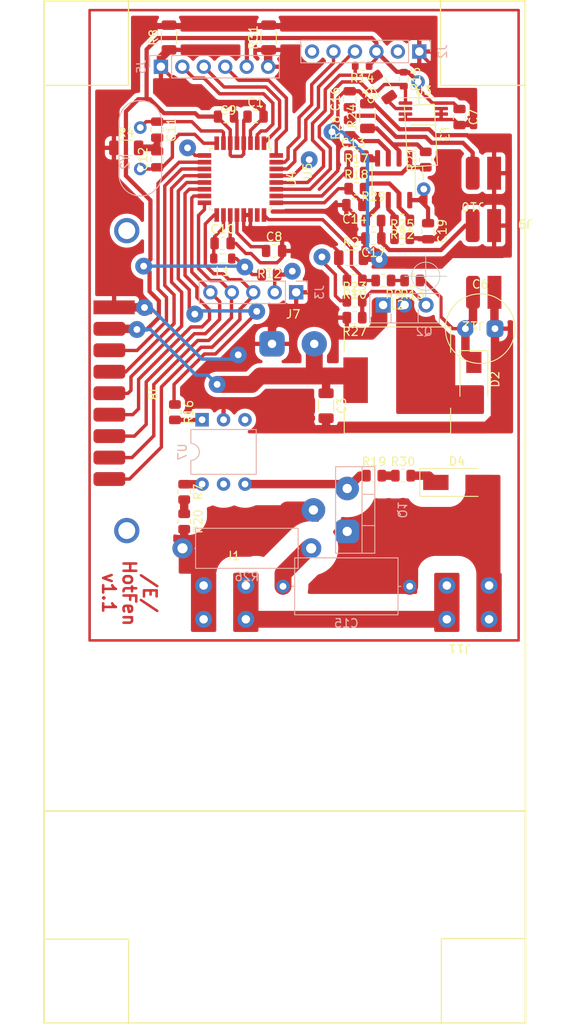
<source format=kicad_pcb>
(kicad_pcb (version 20211014) (generator pcbnew)
  (layers (0 "F.Cu" signal) (31 "B.Cu" signal) (34 "B.Paste" user) (35 "F.Paste" user) (36 "B.SilkS" user "B.Silkscreen") (37 "F.SilkS" user "F.Silkscreen") (38 "B.Mask" user) (39 "F.Mask" user) (44 "Edge.Cuts" user))
  (net 0 "")
  (net 1 "/ENC_RIGHT")
  (net 2 "GNDA")
  (net 3 "/ENC_LEFT")
  (net 4 "+5V")
  (net 5 "/FEN_FUN_P")
  (net 6 "Net-(C8-Pad1)")
  (net 7 "Net-(C10-Pad1)")
  (net 8 "Net-(C11-Pad1)")
  (net 9 "Net-(C12-Pad1)")
  (net 10 "Net-(C15-Pad1)")
  (net 11 "/220V_A")
  (net 12 "Net-(U7-Pad4)")
  (net 13 "Net-(D2-Pad2)")
  (net 14 "Net-(D4-Pad1)")
  (net 15 "Net-(C19-Pad1)")
  (net 17 "/UART_RX")
  (net 18 "/UART_TX")
  (net 20 "/RESET")
  (net 21 "/ISP_SCK")
  (net 22 "/ISP_MISO")
  (net 23 "/ENC_ENTER")
  (net 24 "/ISP_MOSI")
  (net 25 "/LED_MOSI")
  (net 26 "/LED_CS")
  (net 27 "/LED_SCK")
  (net 28 "/LED_DIG_1")
  (net 29 "/FEN_HEATER_A")
  (net 30 "Net-(U7-Pad6)")
  (net 31 "Net-(Q2-Pad3)")
  (net 32 "Net-(R13-Pad2)")
  (net 33 "/CJS_SCL")
  (net 34 "/CJS_SDA")
  (net 35 "/HEATER_EN")
  (net 36 "Net-(R16-Pad2)")
  (net 37 "Net-(R17-Pad2)")
  (net 38 "Net-(R18-Pad2)")
  (net 39 "/EXT_TC_P")
  (net 40 "/FUN_EN")
  (net 41 "Net-(R28-Pad1)")
  (net 42 "Net-(R29-Pad1)")
  (net 43 "/EXT_TC")
  (net 44 "Net-(R20-Pad1)")
  (net 45 "/FUN_FB")
  (net 46 "Net-(R19-Pad2)")
  (net 47 "Net-(R21-Pad2)")
  (net 48 "Net-(R22-Pad2)")
  (net 51 "/HEATER_TC")
  (net 52 "/HEATER_TC_P")
  (net 53 "/220V_N")
  (footprint "Resistor_SMD:R_1206_3216Metric" (layer "F.Cu") (at 237.5 40.8375 90)
    (fp_text reference "R24")
    (fp_text value "1k")
  )
  (footprint "myLibrary:my_220v_conn" (layer "F.Cu") (at 219.6 101.9)
    (fp_text reference "J1")
    (fp_text value "220V_CONN")
  )
  (footprint "Capacitor_SMD:C_0805_2012Metric" (layer "F.Cu") (at 248.4 40.95 -90)
    (fp_text reference "C7")
    (fp_text value "22p")
  )
  (footprint "myLibrary:my_2pin_SMD_conn" (layer "F.Cu") (at 249.96 51.75025 180)
    (fp_text reference "J9")
    (fp_text value "FEN_TC_CONN")
  )
  (footprint "Capacitor_SMD:C_0805_2012Metric" (layer "F.Cu") (at 212.6 45.95 90)
    (fp_text reference "C12")
    (fp_text value "22p")
  )
  (footprint "Capacitor_SMD:C_0805_2012Metric" (layer "F.Cu") (at 238.200958 55.310673 180)
    (fp_text reference "C17")
    (fp_text value "1n")
  )
  (footprint "Capacitor_SMD:C_0805_2012Metric" (layer "F.Cu") (at 244.68 54.470193 -90)
    (fp_text reference "C19")
    (fp_text value "100n")
  )
  (footprint "Package_SO:SOIC-8_3.9x4.9mm_P1.27mm" (layer "F.Cu") (at 240.605 48.315193 -90)
    (fp_text reference "U5")
    (fp_text value "LM358")
  )
  (footprint "Capacitor_SMD:C_0805_2012Metric" (layer "F.Cu") (at 224.25 40.9)
    (fp_text reference "C1")
    (fp_text value "100n")
  )
  (footprint "Capacitor_SMD:C_0805_2012Metric" (layer "F.Cu") (at 235.95 51.366752 180)
    (fp_text reference "C14")
    (fp_text value "100n")
  )
  (footprint "Inductor_SMD:L_12x12mm_H4.5mm" (layer "F.Cu") (at 241.05 72.1)
    (fp_text reference "L2")
    (fp_text value "33uH")
  )
  (footprint "myLibrary:my_2pin_SMD_conn" (layer "F.Cu") (at 249.96 45.55025 180)
    (fp_text reference "J10")
    (fp_text value "EXT_TC_CONN")
  )
  (footprint "myLibrary:my_2pin_DIP_conn" (layer "F.Cu") (at 228.7 67.8)
    (fp_text reference "J7")
    (fp_text value "PSU_5V_CONN")
  )
  (footprint "Capacitor_SMD:C_0805_2012Metric" (layer "F.Cu") (at 220.75 40.9)
    (fp_text reference "C9")
    (fp_text value "100n")
  )
  (footprint "Resistor_SMD:R_0805_2012Metric" (layer "F.Cu") (at 241.6125 55.3)
    (fp_text reference "R25")
    (fp_text value "1k")
  )
  (footprint "Resistor_SMD:R_0603_1608Metric" (layer "F.Cu") (at 236.875 34.9 180)
    (fp_text reference "R14")
    (fp_text value "10k")
  )
  (footprint "Package_QFP:TQFP-32_7x7mm_P0.8mm" (layer "F.Cu") (at 222.45 48.3 -90)
    (fp_text reference "U4")
    (fp_text value "ATmega8-16A")
  )
  (footprint "Resistor_SMD:R_1206_3216Metric" (layer "F.Cu") (at 225.8 31.5375 90)
    (fp_text reference "R31")
    (fp_text value "0")
  )
  (footprint "Resistor_SMD:R_1206_3216Metric" (layer "F.Cu") (at 235.5625 57.6)
    (fp_text reference "R2")
    (fp_text value "0")
  )
  (footprint "Resistor_SMD:R_0805_2012Metric" (layer "F.Cu") (at 241.7125 83.4)
    (fp_text reference "R30")
    (fp_text value "120")
  )
  (footprint "Resistor_SMD:R_0805_2012Metric" (layer "F.Cu") (at 235.9875 60.3 180)
    (fp_text reference "R10")
    (fp_text value "10k")
  )
  (footprint "Diode_SMD:D_SMA" (layer "F.Cu") (at 250.1 72 -90)
    (fp_text reference "D2")
    (fp_text value "D_Schottky")
  )
  (footprint "Capacitor_SMD:C_0805_2012Metric" (layer "F.Cu") (at 226.45 56.8)
    (fp_text reference "C8")
    (fp_text value "100n")
  )
  (footprint "myLibrary:my_9pin_SMD_conn" (layer "F.Cu") (at 206.9405 73.64 -90)
    (fp_text reference "J8")
    (fp_text value "LED_CONN")
  )
  (footprint "Resistor_SMD:R_0805_2012Metric" (layer "F.Cu") (at 225.8875 59.6)
    (fp_text reference "R12")
    (fp_text value "10k")
  )
  (footprint "Capacitor_THT:C_Radial_D8.0mm_H7.0mm_P3.50mm" (layer "F.Cu") (at 249.1 66)
    (fp_text reference "C6")
    (fp_text value "22u")
  )
  (footprint "Resistor_SMD:R_0805_2012Metric" (layer "F.Cu") (at 238.204621 53.212789)
    (fp_text reference "R29")
    (fp_text value "1k")
  )
  (footprint "Resistor_SMD:R_0805_2012Metric" (layer "F.Cu") (at 214.7 75.8875 -90)
    (fp_text reference "R16")
    (fp_text value "220")
  )
  (footprint "Resistor_SMD:R_0805_2012Metric" (layer "F.Cu") (at 235.9725 62.7)
    (fp_text reference "R23")
    (fp_text value "220")
  )
  (footprint "Capacitor_SMD:C_0805_2012Metric" (layer "F.Cu") (at 212.6 42.45 -90)
    (fp_text reference "C11")
    (fp_text value "22p")
  )
  (footprint "Capacitor_SMD:C_0805_2012Metric" (layer "F.Cu") (at 235.4 38.85 90)
    (fp_text reference "C16")
    (fp_text value "1n")
  )
  (footprint "Resistor_SMD:R_0805_2012Metric" (layer "F.Cu") (at 236.1875 49.433522)
    (fp_text reference "R18")
    (fp_text value "10k")
  )
  (footprint "Resistor_SMD:R_1206_3216Metric" (layer "F.Cu") (at 208.9375 44.6)
    (fp_text reference "R4")
    (fp_text value "0")
  )
  (footprint "Capacitor_SMD:C_0805_2012Metric" (layer "F.Cu") (at 220.35 55.9)
    (fp_text reference "C10")
    (fp_text value "100n")
  )
  (footprint "Resistor_SMD:R_0805_2012Metric" (layer "F.Cu") (at 238.2875 83.4)
    (fp_text reference "R19")
    (fp_text value "260")
  )
  (footprint "Resistor_SMD:R_1206_3216Metric" (layer "F.Cu") (at 239.238856 37.39801 125)
    (fp_text reference "R5")
    (fp_text value "0")
  )
  (footprint "Inductor_SMD:L_0805_2012Metric" (layer "F.Cu") (at 220.3625 57.7 180)
    (fp_text reference "L1")
    (fp_text value "10uH")
  )
  (footprint "Resistor_SMD:R_0805_2012Metric" (layer "F.Cu") (at 236.2 47.533522)
    (fp_text reference "R17")
    (fp_text value "10k")
  )
  (footprint "Resistor_SMD:R_0805_2012Metric" (layer "F.Cu") (at 215.8 85.3275 -90)
    (fp_text reference "R7")
    (fp_text value "260")
  )
  (footprint "Package_SO:MSOP-8_3x3mm_P0.65mm" (layer "F.Cu") (at 244.1125 40.275)
    (fp_text reference "U3")
    (fp_text value "MCP9804_MSOP")
  )
  (footprint "Capacitor_SMD:C_0805_2012Metric" (layer "F.Cu") (at 236.202635 45.603444)
    (fp_text reference "C13")
    (fp_text value "100n")
  )
  (footprint "Resistor_SMD:R_0805_2012Metric" (layer "F.Cu") (at 215.8 88.8275 -90)
    (fp_text reference "R20")
    (fp_text value "120")
  )
  (footprint "Resistor_SMD:R_0603_1608Metric" (layer "F.Cu") (at 241.8 36.475 -90)
    (fp_text reference "R15")
    (fp_text value "10k")
  )
  (footprint "Resistor_SMD:R_0805_2012Metric" (layer "F.Cu") (at 241.6125 53.2 180)
    (fp_text reference "R22")
    (fp_text value "27k")
  )
  (footprint "Resistor_SMD:R_0805_2012Metric" (layer "F.Cu") (at 242.8125 60.3 180)
    (fp_text reference "R13")
    (fp_text value "4.7k")
  )
  (footprint "Resistor_SMD:R_1206_3216Metric" (layer "F.Cu") (at 214 31.5375 90)
    (fp_text reference "R8")
    (fp_text value "0")
  )
  (footprint "Resistor_SMD:R_0805_2012Metric" (layer "F.Cu") (at 239.3875 60.3 180)
    (fp_text reference "R9")
    (fp_text value "10k")
  )
  (footprint "Resistor_SMD:R_0805_2012Metric" (layer "F.Cu") (at 235.9725 64.7 180)
    (fp_text reference "R27")
    (fp_text value "10k")
  )
  (footprint "Capacitor_SMD:C_1206_3216Metric" (layer "F.Cu") (at 232.6 75.125 -90)
    (fp_text reference "C3")
    (fp_text value "22u")
  )
  (footprint "Resistor_SMD:R_0805_2012Metric" (layer "F.Cu") (at 244.4 45.9875 90)
    (fp_text reference "R21")
    (fp_text value "27k")
  )
  (footprint "Resistor_SMD:R_0805_2012Metric" (layer "F.Cu") (at 235.4 42.2125 90)
    (fp_text reference "R28")
    (fp_text value "1k")
  )
  (footprint "Inductor_THT:L_Axial_L7.0mm_D3.3mm_P12.70mm_Horizontal_Fastron_MICC" (layer "F.Cu") (at 243.5 36.8 -87)
    (fp_text reference "L3")
    (fp_text value "10uH")
  )
  (footprint "myLibrary:my_2pin_SMD_conn" (layer "F.Cu") (at 250 59.65025 180)
    (fp_text reference "J12")
    (fp_text value "FEN_FUN_CONN")
  )
  (footprint "myLibrary:my_220v_conn" (layer "F.Cu") (at 250.4 94.9 180)
    (fp_text reference "J11")
    (fp_text value "FEN_HEATER_CONN")
  )
  (footprint "Diode_SMD:D_SMA_Handsoldering" (layer "F.Cu") (at 248.1 84.2)
    (fp_text reference "D4")
    (fp_text value "D")
  )
  (footprint "Package_TO_SOT_THT:TO-126-3_Vertical" (layer "B.Cu") (at 239.36 63.2)
    (fp_text reference "Q2")
    (fp_text value "BD139")
  )
  (footprint "Resistor_THT:R_Axial_DIN0414_L11.9mm_D4.5mm_P15.24mm_Horizontal" (layer "B.Cu") (at 215.6 92)
    (fp_text reference "R26")
    (fp_text value "220")
  )
  (footprint "Crystal:Crystal_HC18-U_Vertical" (layer "B.Cu") (at 210.6 42.2 -90)
    (fp_text reference "Y2")
    (fp_text value "8MHz")
  )
  (footprint "myLibrary:my_TO-220" (layer "B.Cu") (at 235.098308 87.449243 90)
    (fp_text reference "Q1")
    (fp_text value "BT139-600")
  )
  (footprint "Capacitor_THT:C_Axial_L12.0mm_D6.5mm_P15.00mm_Horizontal" (layer "B.Cu") (at 227.5 96.5)
    (fp_text reference "C15")
    (fp_text value "220n")
  )
  (footprint "Connector_PinSocket_2.54mm:PinSocket_1x05_P2.54mm_Vertical" (layer "B.Cu") (at 229.06 61.7 90)
    (fp_text reference "J3")
    (fp_text value "ISP")
  )
  (footprint "Connector_PinHeader_2.54mm:PinHeader_1x06_P2.54mm_Vertical" (layer "B.Cu") (at 213.04 35 -90)
    (fp_text reference "J5")
    (fp_text value "ENC_CONN")
  )
  (footprint "Connector_PinSocket_2.54mm:PinSocket_1x06_P2.54mm_Vertical" (layer "B.Cu") (at 243.64 33.2 90)
    (fp_text reference "J2")
    (fp_text value "FTDI_COMM")
  )
  (footprint "Package_DIP:DIP-6_W7.62mm" (layer "B.Cu") (at 217.92 76.78 -90)
    (fp_text reference "U7")
    (fp_text value "MOC3083M")
  )
  (gr_rect locked (start 199.216016 138.249947) (end 209.216016 148.249947) (layer "F.SilkS") (width 0.15) (fill none))
  (gr_rect locked (start 199.2 27.2) (end 256.2 148.2) (layer "F.SilkS") (width 0.2) (fill none))
  (gr_rect locked (start 199.2 148.2) (end 256.2 123.1) (layer "F.SilkS") (width 0.2) (fill none))
  (gr_rect locked (start 246.248984 138.193277) (end 256.248984 148.193277) (layer "F.SilkS") (width 0.15) (fill none))
  (gr_rect locked (start 246.149841 27.2) (end 256.149841 37.2) (layer "F.SilkS") (width 0.15) (fill none))
  (gr_rect locked (start 199.2 27.2) (end 209.2 37.2) (layer "F.SilkS") (width 0.15) (fill none))
  (gr_text "/E/\nHotFen\nv1.1" (at 209.3 97.3 270) (layer "F.Cu") (effects (font (size 1.5 1.5) (thickness 0.3))))
  (target plus (at 244.4 59.8) (size 5) (width 0.1) (layer "Edge.Cuts"))
  (segment (start 255.4 102.9) (end 204.6 102.9) (width 0.3) (layer "F.Cu") (net 0))
  (segment (start 204.6 102.9) (end 204.6 28.3) (width 0.3) (layer "F.Cu") (net 0))
  (segment (start 204.6 28.3) (end 255.4 28.3) (width 0.3) (layer "F.Cu") (net 0))
  (segment (start 255.4 28.3) (end 255.4 102.7) (width 0.3) (layer "F.Cu") (net 0))
  (via locked (at 209 54.4) (size 3) (drill 2) (layers "F.Cu" "B.Cu") (net 0))
  (via (at 209 89.9) (size 3) (drill 2) (layers "F.Cu" "B.Cu") (net 0))
  (segment (start 225.5 37.4) (end 220.52 37.4) (width 0.4) (layer "F.Cu") (net 1))
  (segment (start 227.1 42.2) (end 227.1 39) (width 0.4) (layer "F.Cu") (net 1))
  (segment (start 227.1 39) (end 225.5 37.4) (width 0.4) (layer "F.Cu") (net 1))
  (segment (start 220.52 37.4) (end 218.12 35) (width 0.4) (layer "F.Cu") (net 1))
  (segment (start 225.25 44.05) (end 227.1 42.2) (width 0.4) (layer "F.Cu") (net 1))
  (segment (start 239.36 63.2) (end 239.36 65.44) (width 1) (layer "F.Cu") (net 2))
  (segment (start 232.6 77.8) (end 232.5 77.9) (width 1) (layer "F.Cu") (net 2))
  (segment (start 247.5 57.4) (end 246.237253 58.662747) (width 0.5) (layer "F.Cu") (net 2))
  (segment (start 233.981405 43.381405) (end 233.981405 44.181405) (width 0.4) (layer "F.Cu") (net 2))
  (segment (start 247.75 41.25) (end 248.4 41.9) (width 0.4) (layer "F.Cu") (net 2))
  (segment (start 237.389384 45.840193) (end 237.152635 45.603444) (width 0.5) (layer "F.Cu") (net 2))
  (segment (start 242.525 55.3) (end 244.559807 55.3) (width 0.5) (layer "F.Cu") (net 2))
  (segment (start 227.4 57.6) (end 226.8 58.2) (width 0.4) (layer "F.Cu") (net 2))
  (segment (start 235.4 37.9) (end 236.5 37.9) (width 0.5) (layer "F.Cu") (net 2))
  (segment (start 235.075 59.575) (end 235.075 60.3) (width 0.4) (layer "F.Cu") (net 2))
  (segment (start 252.54 61.7) (end 252.54 65.94) (width 1) (layer "F.Cu") (net 2))
  (segment (start 233.981405 44.181405) (end 233.981405 47.318595) (width 0.4) (layer "F.Cu") (net 2))
  (segment (start 232.7 55.5) (end 234.1 56.9) (width 0.4) (layer "F.Cu") (net 2))
  (segment (start 253.8 44) (end 250.2 44) (width 0.4) (layer "F.Cu") (net 2))
  (segment (start 226.2 65.8) (end 226.2 67.8) (width 1) (layer "F.Cu") (net 2))
  (segment (start 252.6 66) (end 252.6 76.5) (width 1) (layer "F.Cu") (net 2))
  (segment (start 212.6 43.4) (end 212.6 44.2) (width 0.8) (layer "F.Cu") (net 2))
  (segment (start 246.225 41.25) (end 247.75 41.25) (width 0.4) (layer "F.Cu") (net 2))
  (segment (start 243.64 31.74) (end 243.64 33.2) (width 0.5) (layer "F.Cu") (net 2))
  (segment (start 223.65 55.15) (end 224 55.5) (width 0.4) (layer "F.Cu") (net 2))
  (segment (start 225.74 33.06) (end 225.8 33) (width 1) (layer "F.Cu") (net 2))
  (segment (start 239.7 58.1) (end 246.3 58.1) (width 0.8) (layer "F.Cu") (net 2))
  (segment (start 235.06 66.56) (end 235.3 66.8) (width 0.4) (layer "F.Cu") (net 2))
  (segment (start 223.65 42.55) (end 225.2 41) (width 0.4) (layer "F.Cu") (net 2))
  (segment (start 247.3 51.3) (end 247.3 53.5) (width 0.4) (layer "F.Cu") (net 2))
  (segment (start 254.4 44.6) (end 253.8 44) (width 0.4) (layer "F.Cu") (net 2))
  (segment (start 234.1 44.3) (end 233.981405 44.181405) (width 0.4) (layer "F.Cu") (net 2))
  (segment (start 221.25 55.85) (end 221.3 55.9) (width 0.4) (layer "F.Cu") (net 2))
  (segment (start 225.2 41) (end 225.2 40.9) (width 0.4) (layer "F.Cu") (net 2))
  (segment (start 237.5 38.9) (end 237.5 39.375) (width 0.5) (layer "F.Cu") (net 2))
  (segment (start 244.8 42.4) (end 245.5 43.1) (width 0.5) (layer "F.Cu") (net 2))
  (segment (start 252.54 65.94) (end 252.6 66) (width 1) (layer "F.Cu") (net 2))
  (segment (start 244.68 55.420193) (end 245.379807 55.420193) (width 0.5) (layer "F.Cu") (net 2))
  (segment (start 224.8 58.2) (end 226.8 58.2) (width 0.4) (layer "F.Cu") (net 2))
  (segment (start 248.4 41.9) (end 249 41.9) (width 0.4) (layer "F.Cu") (net 2))
  (segment (start 234.1 56.9) (end 234.1 57.6) (width 0.4) (layer "F.Cu") (net 2))
  (segment (start 239.4 57.8) (end 239.6 58) (width 0.8) (layer "F.Cu") (net 2))
  (segment (start 235 51.366752) (end 235 51.5) (width 0.4) (layer "F.Cu") (net 2))
  (segment (start 222.05 41.35) (end 221.9 41.2) (width 0.4) (layer "F.Cu") (net 2))
  (segment (start 251.2 77.9) (end 232.5 77.9) (width 1) (layer "F.Cu") (net 2))
  (segment (start 238 66.8) (end 235.3 66.8) (width 1) (layer "F.Cu") (net 2))
  (segment (start 234 42) (end 234 38.7) (width 0.4) (layer "F.Cu") (net 2))
  (segment (start 210.525 44.6) (end 212.2 44.6) (width 0.8) (layer "F.Cu") (net 2))
  (segment (start 233.3 42.7) (end 234 42) (width 0.4) (layer "F.Cu") (net 2))
  (segment (start 210.2 36.8) (end 210.2 32.2) (width 0.5) (layer "F.Cu") (net 2))
  (segment (start 238.275 39.375) (end 241.3 42.4) (width 0.5) (layer "F.Cu") (net 2))
  (segment (start 227.4 64.6) (end 226.2 65.8) (width 1) (layer "F.Cu") (net 2))
  (segment (start 245.5 38.4) (end 245.2 38.1) (width 0.4) (layer "F.Cu") (net 2))
  (segment (start 221.7 39.5) (end 221.6 39.4) (width 0.4) (layer "F.Cu") (net 2))
  (segment (start 239.36 65.44) (end 238 66.8) (width 1) (layer "F.Cu") (net 2))
  (segment (start 242.2 30.3) (end 243.64 31.74) (width 0.5) (layer "F.Cu") (net 2))
  (segment (start 238.9 57.8) (end 237.250958 56.150958) (width 0.4) (layer "F.Cu") (net 2))
  (segment (start 212.1 30.3) (end 242.2 30.3) (width 0.5) (layer "F.Cu") (net 2))
  (segment (start 237.152635 45.452635) (end 236 44.3) (width 0.4) (layer "F.Cu") (net 2))
  (segment (start 211.08 63.48) (end 207.5 63.48) (width 1) (layer "F.Cu") (net 2))
  (segment (start 222.85 54.35) (end 223.65 55.15) (width 0.4) (layer "F.Cu") (net 2))
  (segment (start 232.3 64.6) (end 227.4 64.6) (width 1) (layer "F.Cu") (net 2))
  (segment (start 246.225 41.25) (end 246.225 39.99952) (width 0.4) (layer "F.Cu") (net 2))
  (segment (start 227.4 55.6) (end 227.3 55.5) (width 0.4) (layer "F.Cu") (net 2))
  (segment (start 245.2 34.9) (end 243.64 33.34) (width 0.4) (layer "F.Cu") (net 2))
  (segment (start 246.237253 58.662747) (end 242.148571 58.662747) (width 0.5) (layer "F.Cu") (net 2))
  (segment (start 213.04 35) (end 213.04 33.96) (width 1) (layer "F.Cu") (net 2))
  (segment (start 235.3 66.8) (end 234.5 66.8) (width 1) (layer "F.Cu") (net 2))
  (segment (start 245.379807 55.420193) (end 247.3 53.5) (width 0.5) (layer "F.Cu") (net 2))
  (segment (start 236.1 55) (end 236.5 55.4) (width 0.4) (layer "F.Cu") (net 2))
  (segment (start 223.7 57.1) (end 224.8 58.2) (width 0.4) (layer "F.Cu") (net 2))
  (segment (start 221.25 52.55) (end 221.25 55.85) (width 0.4) (layer "F.Cu") (net 2))
  (segment (start 213.04 33.96) (end 214 33) (width 1) (layer "F.Cu") (net 2))
  (segment (start 212.6 44.2) (end 212.6 45) (width 0.8) (layer "F.Cu") (net 2))
  (segment (start 212.2 44.6) (end 212.6 44.2) (width 0.8) (layer "F.Cu") (net 2))
  (segment (start 238.7 45.840193) (end 237.389384 45.840193) (width 0.5) (layer "F.Cu") (net 2))
  (segment (start 223.65 44.05) (end 223.65 42.55) (width 0.4) (layer "F.Cu") (net 2))
  (segment (start 233.3 42.7) (end 233.981405 43.381405) (width 0.4) (layer "F.Cu") (net 2))
  (segment (start 237.250958 56.150958) (end 237.250958 55.310673) (width 0.4) (layer "F.Cu") (net 2))
  (segment (start 234.8 37.9) (end 235.4 37.9) (width 0.4) (layer "F.Cu") (net 2))
  (segment (start 210.2 32.2) (end 212.1 30.3) (width 0.5) (layer "F.Cu") (net 2))
  (segment (start 223.65 52.55) (end 223.65 55.15) (width 0.4) (layer "F.Cu") (net 2))
  (segment (start 236 44.3) (end 234.1 44.3) (width 0.4) (layer "F.Cu") (net 2))
  (segment (start 235.06 64.7) (end 235.06 66.56) (width 0.4) (layer "F.Cu") (net 2))
  (segment (start 235 51.5) (end 236.1 52.6) (width 0.4) (layer "F.Cu") (net 2))
  (segment (start 236.5 37.9) (end 237.5 38.9) (width 0.5) (layer "F.Cu") (net 2))
  (segment (start 244.559807 55.3) (end 244.68 55.420193) (width 0.5) (layer "F.Cu") (net 2))
  (segment (start 237.025 57.6) (end 238.7 57.6) (width 1) (layer "F.Cu") (net 2))
  (segment (start 234.1 58.6) (end 235.075 59.575) (width 0.4) (layer "F.Cu") (net 2))
  (segment (start 249.8 41.1) (end 249.8 39.4) (width 0.4) (layer "F.Cu") (net 2))
  (segment (start 249.8 39.4) (end 248.8 38.4) (width 0.4) (layer "F.Cu") (net 2))
  (segment (start 242 41.25) (end 242 40.64952) (width 0.4) (layer "F.Cu") (net 2))
  (segment (start 253.9 50.7) (end 247.9 50.7) (width 0.4) (layer "F.Cu") (net 2))
  (segment (start 249.3 43.1) (end 250.1 43.9) (width 0.5) (layer "F.Cu") (net 2))
  (segment (start 233.981405 47.318595) (end 231.8 49.5) (width 0.4) (layer "F.Cu") (net 2))
  (segment (start 234.1 57.6) (end 234.1 58.6) (width 0.4) (layer "F.Cu") (net 2))
  (segment (start 252.6 76.5) (end 251.2 77.9) (width 1) (layer "F.Cu") (net 2))
  (segment (start 238.9 57.8) (end 239.4 57.8) (width 0.8) (layer "F.Cu") (net 2))
  (segment (start 247.5 57.4) (end 247.2 57.7) (width 0.5) (layer "F.Cu") (net 2))
  (segment (start 247.9 50.7) (end 247.3 51.3) (width 0.4) (layer "F.Cu") (net 2))
  (segment (start 224.1 39.4) (end 221.6 39.4) (width 0.4) (layer "F.Cu") (net 2))
  (segment (start 247.2 57.7) (end 240.2 57.7) (width 0.5) (layer "F.Cu") (net 2))
  (segment (start 225.74 35) (end 225.74 33.06) (width 1) (layer "F.Cu") (net 2))
  (segment (start 248.8 38.4) (end 245.5 38.4) (width 0.4) (layer "F.Cu") (net 2))
  (segment (start 227.4 56.8) (end 227.4 57.6) (width 0.4) (layer "F.Cu") (net 2))
  (segment (start 237.161631 55.4) (end 237.250958 55.310673) (width 0.4) (layer "F.Cu") (net 2))
  (segment (start 223.1 57.1) (end 223.7 57.1) (width 0.4) (layer "F.Cu") (net 2))
  (segment (start 224 55.5) (end 227.3 55.5) (width 0.4) (layer "F.Cu") (net 2))
  (segment (start 254.4 51.2) (end 254.4 44.6) (width 0.4) (layer "F.Cu") (net 2))
  (segment (start 243.64 33.34) (end 243.64 33.2) (width 0.4) (layer "F.Cu") (net 2))
  (segment (start 221.7 40.9) (end 221.7 39.5) (width 0.4) (layer "F.Cu") (net 2))
  (segment (start 254.4 56.5) (end 254.4 51.2) (width 0.4) (layer "F.Cu") (net 2))
  (segment (start 245.5 43.1) (end 249.3 43.1) (width 0.5) (layer "F.Cu") (net 2))
  (segment (start 221.6 39.4) (end 217.44 39.4) (width 0.4) (layer "F.Cu") (net 2))
  (segment (start 217.44 39.4) (end 213.04 35) (width 0.4) (layer "F.Cu") (net 2))
  (segment (start 238.5 62.9) (end 238.6 62.8) (width 1) (layer "F.Cu") (net 2))
  (segment (start 227.4 56.8) (end 227.4 55.6) (width 0.4) (layer "F.Cu") (net 2))
  (segment (start 225.2 40.5) (end 224.1 39.4) (width 0.4) (layer "F.Cu") (net 2))
  (segment (start 236.1 52.6) (end 236.1 55) (width 0.4) (layer "F.Cu") (net 2))
  (segment (start 221.9 55.9) (end 223.1 57.1) (width 0.4) (layer "F.Cu") (net 2))
  (segment (start 241.3 42.4) (end 244.8 42.4) (width 0.5) (layer "F.Cu") (net 2))
  (segment (start 234 38.7) (end 234.8 37.9) (width 0.4) (layer "F.Cu") (net 2))
  (segment (start 253.5 57.4) (end 247.5 57.4) (width 0.5) (layer "F.Cu") (net 2))
  (segment (start 221.3 55.9) (end 221.9 55.9) (width 0.4) (layer "F.Cu") (net 2))
  (segment (start 237.250958 55.850958) (end 237.250958 55.310673) (width 0.4) (layer "F.Cu") (net 2))
  (segment (start 238.7 46.073715) (end 237.3 46.073715) (width 0.5) (layer "F.Cu") (net 2))
  (segment (start 253.5 57.4) (end 254.4 56.5) (width 0.4) (layer "F.Cu") (net 2))
  (segment (start 236.5 55.4) (end 237.161631 55.4) (width 0.4) (layer "F.Cu") (net 2))
  (segment (start 242 41.25) (end 246.225 41.25) (width 0.4) (layer "F.Cu") (net 2))
  (segment (start 222.05 44.05) (end 222.05 41.35) (width 0.4) (layer "F.Cu") (net 2))
  (segment (start 222.2 69.1) (end 222.2 68.5) (width 0.5) (layer "F.Cu") (net 2))
  (segment (start 239.6 58) (end 239.7 58.1) (width 0.8) (layer "F.Cu") (net 2))
  (segment (start 237.152635 45.603444) (end 237.152635 45.452635) (width 0.4) (layer "F.Cu") (net 2))
  (segment (start 254.4 51.2) (end 253.9 50.7) (width 0.4) (layer "F.Cu") (net 2))
  (segment (start 232.5 77.9) (end 231.6 77.9) (width 1) (layer "F.Cu") (net 2))
  (segment (start 245.2 38.1) (end 245.2 34.9) (width 0.4) (layer "F.Cu") (net 2))
  (segment (start 238.5 66.3) (end 238.5 62.9) (width 1) (layer "F.Cu") (net 2))
  (segment (start 232.6 76.6) (end 232.6 77.8) (width 1) (layer "F.Cu") (net 2))
  (segment (start 222.85 53.05) (end 222.85 54.35) (width 0.4) (layer "F.Cu") (net 2))
  (segment (start 249 41.9) (end 249.8 41.1) (width 0.4) (layer "F.Cu") (net 2))
  (segment (start 234.5 66.8) (end 232.3 64.6) (width 1) (layer "F.Cu") (net 2))
  (segment (start 238 66.8) (end 238.5 66.3) (width 1) (layer "F.Cu") (net 2))
  (segment (start 238.7 57.6) (end 238.9 57.8) (width 1) (layer "F.Cu") (net 2))
  (segment (start 225.2 40.9) (end 225.2 40.5) (width 0.4) (layer "F.Cu") (net 2))
  (segment (start 227.3 55.5) (end 232.7 55.5) (width 0.4) (layer "F.Cu") (net 2))
  (segment (start 237.5 39.375) (end 238.275 39.375) (width 0.5) (layer "F.Cu") (net 2))
  (segment (start 211.1 63.5) (end 211.08 63.48) (width 1) (layer "F.Cu") (net 2))
  (via (at 233.3 42.7) (size 2) (drill 0.8) (layers "F.Cu" "B.Cu") (net 2))
  (via (at 238.9 57.8) (size 2) (drill 0.8) (layers "F.Cu" "B.Cu") (net 2))
  (via (at 211.1 63.5) (size 2) (drill 0.8) (layers "F.Cu" "B.Cu") (net 2))
  (via (at 222.2 69.1) (size 2) (drill 0.8) (layers "F.Cu" "B.Cu") (net 2))
  (segment (start 217.9 69.6) (end 221.7 69.6) (width 0.4) (layer "B.Cu") (net 2))
  (segment (start 221.7 69.6) (end 222.2 69.1) (width 0.4) (layer "B.Cu") (net 2))
  (segment (start 211.8 63.5) (end 217.9 69.6) (width 0.4) (layer "B.Cu") (net 2))
  (segment (start 234.5 42.7) (end 237.5 45.7) (width 0.4) (layer "B.Cu") (net 2))
  (segment (start 237.5 56.4) (end 238.9 57.8) (width 0.4) (layer "B.Cu") (net 2))
  (segment (start 233.3 42.7) (end 234.5 42.7) (width 0.4) (layer "B.Cu") (net 2))
  (segment (start 211.1 63.5) (end 211.8 63.5) (width 0.4) (layer "B.Cu") (net 2))
  (segment (start 238.8 57.9) (end 238.9 57.8) (width 0.4) (layer "B.Cu") (net 2))
  (segment (start 237.5 45.7) (end 237.5 56.4) (width 0.4) (layer "B.Cu") (net 2))
  (segment (start 226.7 45.5) (end 226.7 43.7) (width 0.4) (layer "F.Cu") (net 3))
  (segment (start 226.7 43.7) (end 227.9 42.5) (width 0.4) (layer "F.Cu") (net 3))
  (segment (start 227.9 42.5) (end 227.9 38.7) (width 0.4) (layer "F.Cu") (net 3))
  (segment (start 227.9 38.7) (end 225.8 36.6) (width 0.4) (layer "F.Cu") (net 3))
  (segment (start 225.8 36.6) (end 222.26 36.6) (width 0.4) (layer "F.Cu") (net 3))
  (segment (start 222.26 36.6) (end 220.66 35) (width 0.4) (layer "F.Cu") (net 3))
  (segment (start 219.7 72.6) (end 220.05 72.6) (width 0.4) (layer "F.Cu") (net 4))
  (segment (start 221.975361 57.7) (end 222.975361 58.7) (width 0.4) (layer "F.Cu") (net 4))
  (segment (start 221.25 42.45) (end 221.25 44.05) (width 0.4) (layer "F.Cu") (net 4))
  (segment (start 219.8 40.9) (end 217.5 40.9) (width 0.5) (layer "F.Cu") (net 4))
  (segment (start 238.56 32.16) (end 238.56 33.2) (width 0.5) (layer "F.Cu") (net 4))
  (segment (start 238 31.6) (end 238.56 32.16) (width 0.5) (layer "F.Cu") (net 4))
  (segment (start 211.8 57.8) (end 211.8 50.8) (width 0.5) (layer "F.Cu") (net 4))
  (segment (start 211 58.6) (end 211.8 57.8) (width 0.5) (layer "F.Cu") (net 4))
  (segment (start 238.56 33.56) (end 238.56 33.2) (width 0.4) (layer "F.Cu") (net 4))
  (segment (start 213.4 40.5) (end 211.75 38.85) (width 0.5) (layer "F.Cu") (net 4))
  (segment (start 222.85 45.35) (end 222.6 45.6) (width 0.4) (layer "F.Cu") (net 4))
  (segment (start 231.2 67.3) (end 231.2 70.7) (width 2) (layer "F.Cu") (net 4))
  (segment (start 240.96 35.6) (end 241.3 35.6) (width 0.5) (layer "F.Cu") (net 4))
  (segment (start 211.35 38.85) (end 211.35 37.15) (width 0.5) (layer "F.Cu") (net 4))
  (segment (start 233.1 71.6) (end 235.6 71.6) (width 2) (layer "F.Cu") (net 4))
  (segment (start 238.56 34.04) (end 237.7 34.9) (width 0.4) (layer "F.Cu") (net 4))
  (segment (start 219.7 72.6) (end 223.8 72.6) (width 2) (layer "F.Cu") (net 4))
  (segment (start 243.7 37.8) (end 243.7 36.9) (width 0.4) (layer "F.Cu") (net 4))
  (segment (start 217.1 40.5) (end 213.4 40.5) (width 0.5) (layer "F.Cu") (net 4))
  (segment (start 220 41.2) (end 221.25 42.45) (width 0.4) (layer "F.Cu") (net 4))
  (segment (start 206.9405 66.02) (end 210.12 66.02) (width 1) (layer "F.Cu") (net 4))
  (segment (start 235.6 71.6) (end 236.1 72.1) (width 2) (layer "F.Cu") (net 4))
  (segment (start 210.2 66.1) (end 210.14 66.04) (width 0.5) (layer "F.Cu") (net 4))
  (segment (start 243.5 36.7) (end 243.5 36.8) (width 0.5) (layer "F.Cu") (net 4))
  (segment (start 223.8 72.6) (end 224.8 71.6) (width 2) (layer "F.Cu") (net 4))
  (segment (start 222.7 31.6) (end 238 31.6) (width 0.5) (layer "F.Cu") (net 4))
  (segment (start 210.35 38.85) (end 211.35 38.85) (width 0.5) (layer "F.Cu") (net 4))
  (segment (start 223.2 35) (end 223.22 34.98) (width 0.5) (layer "F.Cu") (net 4))
  (segment (start 212.8 62.7) (end 212.8 64.691341) (width 0.5) (layer "F.Cu") (net 4))
  (segment (start 212.8 64.691341) (end 211.391341 66.1) (width 0.5) (layer "F.Cu") (net 4))
  (segment (start 223.875361 59.6) (end 222.975361 58.7) (width 0.4) (layer "F.Cu") (net 4))
  (segment (start 211.8 50.8) (end 208.9 47.9) (width 0.5) (layer "F.Cu") (net 4))
  (segment (start 211.7 59.3) (end 211.7 61.6) (width 0.5) (layer "F.Cu") (net 4))
  (segment (start 223.22 34.98) (end 223.22 31.7) (width 0.5) (layer "F.Cu") (net 4))
  (segment (start 224.8 71.6) (end 233.1 71.6) (width 2) (layer "F.Cu") (net 4))
  (segment (start 221.425 57.7) (end 221.975361 57.7) (width 0.4) (layer "F.Cu") (net 4))
  (segment (start 247.7 39.3) (end 248.4 40) (width 0.4) (layer "F.Cu") (net 4))
  (segment (start 210.14 66.04) (end 208.0405 66.04) (width 0.5) (layer "F.Cu") (net 4))
  (segment (start 211.391341 66.1) (end 210.2 66.1) (width 0.5) (layer "F.Cu") (net 4))
  (segment (start 246.225 39.3) (end 247.7 39.3) (width 0.4) (layer "F.Cu") (net 4))
  (segment (start 211.75 38.85) (end 211.35 38.85) (width 0.5) (layer "F.Cu") (net 4))
  (segment (start 211 58.6) (end 211.7 59.3) (width 0.5) (layer "F.Cu") (net 4))
  (segment (start 222.6 45.6) (end 221.4 45.6) (width 0.4) (layer "F.Cu") (net 4))
  (segment (start 242.35 35.65) (end 243.5 36.8) (width 0.5) (layer "F.Cu") (net 4))
  (segment (start 245.2 39.3) (end 243.7 37.8) (width 0.4) (layer "F.Cu") (net 4))
  (segment (start 241.8 35.65) (end 242.35 35.65) (width 0.5) (layer "F.Cu") (net 4))
  (segment (start 212.7 31.6) (end 222.6 31.6) (width 0.5) (layer "F.Cu") (net 4))
  (segment (start 211.7 61.6) (end 212.8 62.7) (width 0.5) (layer "F.Cu") (net 4))
  (segment (start 222.85 44.05) (end 222.85 45.35) (width 0.4) (layer "F.Cu") (net 4))
  (segment (start 208.9 47.9) (end 208.9 40.3) (width 0.5) (layer "F.Cu") (net 4))
  (segment (start 224.975 59.6) (end 223.875361 59.6) (width 0.4) (layer "F.Cu") (net 4))
  (segment (start 217.5 40.9) (end 217.1 40.5) (width 0.5) (layer "F.Cu") (net 4))
  (segment (start 232.6 72.1) (end 233.1 71.6) (width 1) (layer "F.Cu") (net 4))
  (segment (start 211.35 32.95) (end 212.7 31.6) (width 0.5) (layer "F.Cu") (net 4))
  (segment (start 222.85 44.05) (end 222.85 41.35) (width 0.4) (layer "F.Cu") (net 4))
  (segment (start 211.35 37.15) (end 211.35 32.95) (width 0.5) (layer "F.Cu") (net 4))
  (segment (start 210.12 66.02) (end 210.2 66.1) (width 1) (layer "F.Cu") (net 4))
  (segment (start 246.225 39.3) (end 245.2 39.3) (width 0.4) (layer "F.Cu") (net 4))
  (segment (start 221.4 45.6) (end 221.25 45.45) (width 0.4) (layer "F.Cu") (net 4))
  (segment (start 221.25 45.45) (end 221.25 44.05) (width 0.4) (layer "F.Cu") (net 4))
  (segment (start 238.56 33.2) (end 240.96 35.6) (width 0.5) (layer "F.Cu") (net 4))
  (segment (start 238.56 33.2) (end 238.56 33.808187) (width 0.5) (layer "F.Cu") (net 4))
  (segment (start 238.56 33.2) (end 238.56 34.04) (width 0.4) (layer "F.Cu") (net 4))
  (segment (start 222.85 41.35) (end 223.3 40.9) (width 0.4) (layer "F.Cu") (net 4))
  (segment (start 232.6 73.65) (end 232.6 72.1) (width 1) (layer "F.Cu") (net 4))
  (segment (start 208.9 40.3) (end 210.35 38.85) (width 0.5) (layer "F.Cu") (net 4))
  (via (at 219.7 72.6) (size 2) (drill 0.8) (layers "F.Cu" "B.Cu") (net 4))
  (via (at 210.2 66.1) (size 2) (drill 0.8) (layers "F.Cu" "B.Cu") (net 4))
  (via (at 222.975361 58.7) (size 2) (drill 0.8) (layers "F.Cu" "B.Cu") (net 4))
  (via (at 211 58.6) (size 2) (drill 0.8) (layers "F.Cu" "B.Cu") (net 4))
  (segment (start 219.7 72.6) (end 218.6 71.5) (width 0.4) (layer "B.Cu") (net 4))
  (segment (start 211.8 66.1) (end 210.2 66.1) (width 0.4) (layer "B.Cu") (net 4))
  (segment (start 217.2 71.5) (end 211.8 66.1) (width 0.4) (layer "B.Cu") (net 4))
  (segment (start 222.975361 58.7) (end 222.875361 58.6) (width 0.4) (layer "B.Cu") (net 4))
  (segment (start 222.875361 58.6) (end 211 58.6) (width 0.4) (layer "B.Cu") (net 4))
  (segment (start 218.6 71.5) (end 217.2 71.5) (width 0.4) (layer "B.Cu") (net 4))
  (segment (start 247.6 66) (end 249.1 66) (width 0.4) (layer "F.Cu") (net 5))
  (segment (start 249.1 69) (end 250.1 70) (width 1) (layer "F.Cu") (net 5))
  (segment (start 249.1 66) (end 249.1 69) (width 1) (layer "F.Cu") (net 5))
  (segment (start 246.2 64.6) (end 247.6 66) (width 0.4) (layer "F.Cu") (net 5))
  (segment (start 250 61.7) (end 250 65.1) (width 1) (layer "F.Cu") (net 5))
  (segment (start 243.725 60.3) (end 244.2 60.3) (width 0.4) (layer "F.Cu") (net 5))
  (segment (start 246.2 62.3) (end 246.2 64.6) (width 0.4) (layer "F.Cu") (net 5))
  (segment (start 250 65.1) (end 249.1 66) (width 1) (layer "F.Cu") (net 5))
  (segment (start 244.2 60.3) (end 246.2 62.3) (width 0.4) (layer "F.Cu") (net 5))
  (segment (start 222.05 52.55) (end 222.05 54.65) (width 0.4) (layer "F.Cu") (net 6))
  (segment (start 225 56.3) (end 225.5 56.8) (width 0.4) (layer "F.Cu") (net 6))
  (segment (start 222.05 54.65) (end 223.7 56.3) (width 0.4) (layer "F.Cu") (net 6))
  (segment (start 223.7 56.3) (end 225 56.3) (width 0.4) (layer "F.Cu") (net 6))
  (segment (start 220.45 52.55) (end 220.45 54.05) (width 0.4) (layer "F.Cu") (net 7))
  (segment (start 220.45 54.05) (end 219.4 55.1) (width 0.4) (layer "F.Cu") (net 7))
  (segment (start 219.3 56) (end 219.4 55.9) (width 0.4) (layer "F.Cu") (net 7))
  (segment (start 219.3 57.7) (end 219.3 56) (width 0.4) (layer "F.Cu") (net 7))
  (segment (start 219.4 55.1) (end 219.4 55.9) (width 0.4) (layer "F.Cu") (net 7))
  (segment (start 220.45 44.05) (end 220.45 42.775978) (width 0.4) (layer "F.Cu") (net 8))
  (segment (start 220.274022 42.6) (end 217.8 42.6) (width 0.4) (layer "F.Cu") (net 8))
  (segment (start 220.45 44.05) (end 220.424511 44.024511) (width 0.4) (layer "F.Cu") (net 8))
  (segment (start 217.8 42.6) (end 216.7 41.5) (width 0.4) (layer "F.Cu") (net 8))
  (segment (start 212.6 41.5) (end 211.3 41.5) (width 0.4) (layer "F.Cu") (net 8))
  (segment (start 216.7 41.5) (end 212.6 41.5) (width 0.4) (layer "F.Cu") (net 8))
  (segment (start 211.3 41.5) (end 210.6 42.2) (width 0.4) (layer "F.Cu") (net 8))
  (segment (start 220.45 42.775978) (end 220.274022 42.6) (width 0.4) (layer "F.Cu") (net 8))
  (segment (start 214.4 43.8) (end 215.2 43) (width 0.4) (layer "F.Cu") (net 9))
  (segment (start 213.2 46.9) (end 214.4 45.7) (width 0.4) (layer "F.Cu") (net 9))
  (segment (start 214.4 45.7) (end 214.4 43.8) (width 0.4) (layer "F.Cu") (net 9))
  (segment (start 217.05 43) (end 218.1 44.05) (width 0.4) (layer "F.Cu") (net 9))
  (segment (start 212.4 47.1) (end 212.6 46.9) (width 0.4) (layer "F.Cu") (net 9))
  (segment (start 218.1 44.05) (end 219.65 44.05) (width 0.4) (layer "F.Cu") (net 9))
  (segment (start 210.6 47.1) (end 212.4 47.1) (width 0.4) (layer "F.Cu") (net 9))
  (segment (start 215.2 43) (end 217.05 43) (width 0.4) (layer "F.Cu") (net 9))
  (segment (start 212.6 46.9) (end 213.2 46.9) (width 0.4) (layer "F.Cu") (net 9))
  (segment (start 227.5 95) (end 227.5 96.5) (width 2) (layer "F.Cu") (net 10))
  (segment (start 230.84 92) (end 230.5 92) (width 2) (layer "F.Cu") (net 10))
  (segment (start 230.5 92) (end 227.5 95) (width 2) (layer "F.Cu") (net 10))
  (segment (start 227.68 87.1) (end 228.04 87.46) (width 0.8) (layer "F.Cu") (net 11))
  (segment (start 215.6 92) (end 217.6 92) (width 2) (layer "F.Cu") (net 11))
  (segment (start 218.1 96.6) (end 218.1 92.5) (width 2) (layer "F.Cu") (net 11))
  (segment (start 228.04 87.46) (end 231.098308 87.46) (width 2) (layer "F.Cu") (net 11))
  (segment (start 215.8 91.8) (end 215.6 92) (width 1) (layer "F.Cu") (net 11))
  (segment (start 215.8 89.74) (end 215.8 91.8) (width 1) (layer "F.Cu") (net 11))
  (segment (start 217.6 92) (end 223.5 92) (width 2) (layer "F.Cu") (net 11))
  (segment (start 218.1 92.5) (end 217.6 92) (width 2) (layer "F.Cu") (net 11))
  (segment (start 223.5 92) (end 228.04 87.46) (width 2) (layer "F.Cu") (net 11))
  (segment (start 236.62 83.4) (end 235.1 84.92) (width 1) (layer "F.Cu") (net 12))
  (segment (start 223 84.4) (end 234.58 84.4) (width 1) (layer "F.Cu") (net 12))
  (segment (start 234.58 84.4) (end 235.1 84.92) (width 1) (layer "F.Cu") (net 12))
  (segment (start 237.375 83.4) (end 236.62 83.4) (width 1) (layer "F.Cu") (net 12))
  (segment (start 241.9 63.9) (end 243.5 65.5) (width 1) (layer "F.Cu") (net 13))
  (segment (start 246 72.1) (end 247.9 74) (width 1) (layer "F.Cu") (net 13))
  (segment (start 241.9 63.2) (end 241.9 63.9) (width 1) (layer "F.Cu") (net 13))
  (segment (start 244.6 65.5) (end 246 66.9) (width 1) (layer "F.Cu") (net 13))
  (segment (start 243.5 65.5) (end 244.6 65.5) (width 1) (layer "F.Cu") (net 13))
  (segment (start 247.9 74) (end 250.1 74) (width 1) (layer "F.Cu") (net 13))
  (segment (start 246 66.9) (end 246 72.1) (width 1) (layer "F.Cu") (net 13))
  (segment (start 242.625 83.4) (end 244.8 83.4) (width 1) (layer "F.Cu") (net 14))
  (segment (start 244.8 83.4) (end 245.6 84.2) (width 1) (layer "F.Cu") (net 14))
  (segment (start 242.51 50.790193) (end 243.7 50.790193) (width 0.5) (layer "F.Cu") (net 15))
  (segment (start 244.364667 50.764667) (end 244.364667 51.45486) (width 0.5) (layer "F.Cu") (net 15))
  (segment (start 244.364667 51.45486) (end 244.6 51.690193) (width 0.5) (layer "F.Cu") (net 15))
  (segment (start 244.364667 50.035333) (end 244.364667 49.582595) (width 0.5) (layer "F.Cu") (net 15))
  (segment (start 244.339141 50.790193) (end 244.364667 50.764667) (width 0.5) (layer "F.Cu") (net 15))
  (segment (start 244.68 53.520193) (end 244.68 51.770193) (width 0.5) (layer "F.Cu") (net 15))
  (segment (start 244.364667 49.582595) (end 244.364667 50.764667) (width 0.5) (layer "F.Cu") (net 15))
  (segment (start 243.609807 50.790193) (end 244.364667 50.035333) (width 0.5) (layer "F.Cu") (net 15))
  (segment (start 242.51 50.790193) (end 244.339141 50.790193) (width 0.5) (layer "F.Cu") (net 15))
  (segment (start 242.51 50.790193) (end 243.609807 50.790193) (width 0.5) (layer "F.Cu") (net 15))
  (segment (start 243.7 50.790193) (end 244.6 51.690193) (width 0.5) (layer "F.Cu") (net 15))
  (segment (start 244.68 51.770193) (end 244.6 51.690193) (width 0.5) (layer "F.Cu") (net 15))
  (segment (start 231.7 39.8) (end 231.7 37.4) (width 0.4) (layer "F.Cu") (net 17))
  (segment (start 228.9 46.2) (end 228.9 44.9) (width 0.4) (layer "F.Cu") (net 17))
  (segment (start 231.7 37.4) (end 235.9 33.2) (width 0.4) (layer "F.Cu") (net 17))
  (segment (start 235.9 33.2) (end 236.02 33.2) (width 0.4) (layer "F.Cu") (net 17))
  (segment (start 230.2 41.3) (end 231.7 39.8) (width 0.4) (layer "F.Cu") (net 17))
  (segment (start 228 47.1) (end 228.9 46.2) (width 0.4) (layer "F.Cu") (net 17))
  (segment (start 226.7 47.1) (end 228 47.1) (width 0.4) (layer "F.Cu") (net 17))
  (segment (start 230.2 43.6) (end 230.2 41.3) (width 0.4) (layer "F.Cu") (net 17))
  (segment (start 228.9 44.9) (end 230.2 43.6) (width 0.4) (layer "F.Cu") (net 17))
  (segment (start 230.9 39.5) (end 230.9 37.1) (width 0.4) (layer "F.Cu") (net 18))
  (segment (start 227.7 46.3) (end 228.1 45.9) (width 0.4) (layer "F.Cu") (net 18))
  (segment (start 228.1 44.6) (end 229.4 43.3) (width 0.4) (layer "F.Cu") (net 18))
  (segment (start 229.4 43.3) (end 229.4 41) (width 0.4) (layer "F.Cu") (net 18))
  (segment (start 230.9 37.1) (end 233.48 34.52) (width 0.4) (layer "F.Cu") (net 18))
  (segment (start 233.48 34.52) (end 233.48 33.2) (width 0.4) (layer "F.Cu") (net 18))
  (segment (start 228.1 45.9) (end 228.1 44.6) (width 0.4) (layer "F.Cu") (net 18))
  (segment (start 226.7 46.3) (end 227.7 46.3) (width 0.4) (layer "F.Cu") (net 18))
  (segment (start 229.4 41) (end 230.9 39.5) (width 0.4) (layer "F.Cu") (net 18))
  (segment (start 226.52 61.7) (end 226.52 59.88) (width 0.4) (layer "F.Cu") (net 20))
  (segment (start 226.52 59.88) (end 226.8 59.6) (width 0.4) (layer "F.Cu") (net 20))
  (segment (start 228.6 59.2) (end 228.2 59.6) (width 0.5) (layer "F.Cu") (net 20))
  (segment (start 227.1 59.3) (end 226.8 59.6) (width 0.4) (layer "F.Cu") (net 20))
  (segment (start 226.7 47.9) (end 228.7 47.9) (width 0.4) (layer "F.Cu") (net 20))
  (segment (start 228.2 59.6) (end 226.8 59.6) (width 0.5) (layer "F.Cu") (net 20))
  (segment (start 228.7 47.9) (end 230.6 46) (width 0.4) (layer "F.Cu") (net 20))
  (via (at 230.6 46) (size 2) (drill 0.8) (layers "F.Cu" "B.Cu") (net 20))
  (via (at 228.6 59.2) (size 2) (drill 0.8) (layers "F.Cu" "B.Cu") (net 20))
  (segment (start 222.4 64.9) (end 222.4 63.7) (width 0.4) (layer "F.Cu") (net 21))
  (segment (start 219.35 52.55) (end 219.65 52.55) (width 0.4) (layer "F.Cu") (net 21))
  (segment (start 222.4 63.7) (end 224.4 61.7) (width 0.4) (layer "F.Cu") (net 21))
  (segment (start 213.1 80.0305) (end 213.1 72.9) (width 0.4) (layer "F.Cu") (net 21))
  (segment (start 219.3 59.5) (end 218.3 58.5) (width 0.4) (layer "F.Cu") (net 21))
  (segment (start 223.98 61.7) (end 222.48 60.2) (width 0.4) (layer "F.Cu") (net 21))
  (segment (start 219.1 68.2) (end 222.4 64.9) (width 0.4) (layer "F.Cu") (net 21))
  (segment (start 218.3 53.6) (end 219.35 52.55) (width 0.4) (layer "F.Cu") (net 21))
  (segment (start 217.8 68.2) (end 219.1 68.2) (width 0.4) (layer "F.Cu") (net 21))
  (segment (start 209.3305 83.8) (end 213.1 80.0305) (width 0.4) (layer "F.Cu") (net 21))
  (segment (start 221.1 60.2) (end 220.4 59.5) (width 0.4) (layer "F.Cu") (net 21))
  (segment (start 220.4 59.5) (end 219.3 59.5) (width 0.4) (layer "F.Cu") (net 21))
  (segment (start 222.48 60.2) (end 221.1 60.2) (width 0.4) (layer "F.Cu") (net 21))
  (segment (start 206.9405 83.8) (end 209.3305 83.8) (width 0.4) (layer "F.Cu") (net 21))
  (segment (start 218.3 58.5) (end 218.3 53.6) (width 0.4) (layer "F.Cu") (net 21))
  (segment (start 213.1 72.9) (end 217.8 68.2) (width 0.4) (layer "F.Cu") (net 21))
  (segment (start 217.5 58.9) (end 217.5 52.6) (width 0.4) (layer "F.Cu") (net 22))
  (segment (start 221.4 61.74) (end 221.44 61.7) (width 0.4) (layer "F.Cu") (net 22))
  (segment (start 212.2 72.6) (end 217.4 67.4) (width 0.4) (layer "F.Cu") (net 22))
  (segment (start 217.5 52.6) (end 218.2 51.9) (width 0.4) (layer "F.Cu") (net 22))
  (segment (start 220.04 60.3) (end 218.9 60.3) (width 0.4) (layer "F.Cu") (net 22))
  (segment (start 221.4 64.7) (end 221.4 61.74) (width 0.4) (layer "F.Cu") (net 22))
  (segment (start 212.2 78.6805) (end 212.2 72.6) (width 0.4) (layer "F.Cu") (net 22))
  (segment (start 206.9405 81.26) (end 209.6205 81.26) (width 0.4) (layer "F.Cu") (net 22))
  (segment (start 217.4 67.4) (end 218.7 67.4) (width 0.4) (layer "F.Cu") (net 22))
  (segment (start 209.6205 81.26) (end 212.2 78.6805) (width 0.4) (layer "F.Cu") (net 22))
  (segment (start 218.7 67.4) (end 221.4 64.7) (width 0.4) (layer "F.Cu") (net 22))
  (segment (start 218.9 60.3) (end 217.5 58.9) (width 0.4) (layer "F.Cu") (net 22))
  (segment (start 218.2 51.9) (end 218.2 51.1) (width 0.4) (layer "F.Cu") (net 22))
  (segment (start 221.44 61.7) (end 220.04 60.3) (width 0.4) (layer "F.Cu") (net 22))
  (segment (start 225.2 38.2) (end 220 38.2) (width 0.4) (layer "F.Cu") (net 23))
  (segment (start 224.9 42.6) (end 225.5 42.6) (width 0.4) (layer "F.Cu") (net 23))
  (segment (start 226.3 41.8) (end 226.3 39.3) (width 0.4) (layer "F.Cu") (net 23))
  (segment (start 224.45 44.05) (end 224.45 43.05) (width 0.4) (layer "F.Cu") (net 23))
  (segment (start 225.5 42.6) (end 226.3 41.8) (width 0.4) (layer "F.Cu") (net 23))
  (segment (start 220 38.2) (end 218.149511 36.349511) (width 0.4) (layer "F.Cu") (net 23))
  (segment (start 216.929511 36.349511) (end 215.58 35) (width 0.4) (layer "F.Cu") (net 23))
  (segment (start 218.149511 36.349511) (end 216.929511 36.349511) (width 0.4) (layer "F.Cu") (net 23))
  (segment (start 226.3 39.3) (end 225.2 38.2) (width 0.4) (layer "F.Cu") (net 23))
  (segment (start 224.45 43.05) (end 224.9 42.6) (width 0.4) (layer "F.Cu") (net 23))
  (segment (start 217 66.6) (end 218.3 66.6) (width 0.4) (layer "F.Cu") (net 24))
  (segment (start 216.7 59.3) (end 218.9 61.5) (width 0.4) (layer "F.Cu") (net 24))
  (segment (start 216.925978 50.3) (end 216.7 50.525978) (width 0.4) (layer "F.Cu") (net 24))
  (segment (start 220 64.9) (end 220 62.8) (width 0.4) (layer "F.Cu") (net 24))
  (segment (start 218.3 66.6) (end 220 64.9) (width 0.4) (layer "F.Cu") (net 24))
  (segment (start 216.7 50.525978) (end 216.7 59.3) (width 0.4) (layer "F.Cu") (net 24))
  (segment (start 218.9 61.5) (end 218.9 61.7) (width 0.4) (layer "F.Cu") (net 24))
  (segment (start 206.9405 78.72) (end 209.9105 78.72) (width 0.4) (layer "F.Cu") (net 24))
  (segment (start 211.3 72.3) (end 217 66.6) (width 0.4) (layer "F.Cu") (net 24))
  (segment (start 209.9105 78.72) (end 211.3 77.3305) (width 0.4) (layer "F.Cu") (net 24))
  (segment (start 218.2 50.3) (end 216.925978 50.3) (width 0.4) (layer "F.Cu") (net 24))
  (segment (start 220 62.8) (end 218.9 61.7) (width 0.4) (layer "F.Cu") (net 24))
  (segment (start 211.3 77.3305) (end 211.3 72.3) (width 0.4) (layer "F.Cu") (net 24))
  (segment (start 208.0405 68.58) (end 210.22 68.58) (width 0.4) (layer "F.Cu") (net 25))
  (segment (start 212.7 48.8) (end 215.2 46.3) (width 0.4) (layer "F.Cu") (net 25))
  (segment (start 212.7 61.3) (end 212.7 48.8) (width 0.4) (layer "F.Cu") (net 25))
  (segment (start 210.22 68.58) (end 213.7 65.1) (width 0.4) (layer "F.Cu") (net 25))
  (segment (start 215.2 46.3) (end 218.2 46.3) (width 0.4) (layer "F.Cu") (net 25))
  (segment (start 213.7 65.1) (end 213.7 62.3) (width 0.4) (layer "F.Cu") (net 25))
  (segment (start 213.7 62.3) (end 212.7 61.3) (width 0.4) (layer "F.Cu") (net 25))
  (segment (start 208.0405 71.12) (end 208.88 71.12) (width 0.4) (layer "F.Cu") (net 26))
  (segment (start 213.5 49.1) (end 215.5 47.1) (width 0.4) (layer "F.Cu") (net 26))
  (segment (start 215.5 47.1) (end 218.2 47.1) (width 0.4) (layer "F.Cu") (net 26))
  (segment (start 208.88 71.12) (end 214.6 65.4) (width 0.4) (layer "F.Cu") (net 26))
  (segment (start 213.5 60.9) (end 213.5 49.1) (width 0.4) (layer "F.Cu") (net 26))
  (segment (start 214.6 62) (end 213.5 60.9) (width 0.4) (layer "F.Cu") (net 26))
  (segment (start 214.6 65.4) (end 214.6 62) (width 0.4) (layer "F.Cu") (net 26))
  (segment (start 215.8 47.9) (end 218.2 47.9) (width 0.4) (layer "F.Cu") (net 27))
  (segment (start 209.5 73.3) (end 209.5 71.7) (width 0.4) (layer "F.Cu") (net 27))
  (segment (start 208.0405 73.66) (end 209.14 73.66) (width 0.4) (layer "F.Cu") (net 27))
  (segment (start 209.5 71.7) (end 215.5 65.7) (width 0.4) (layer "F.Cu") (net 27))
  (segment (start 215.5 61.7) (end 214.3 60.5) (width 0.4) (layer "F.Cu") (net 27))
  (segment (start 215.5 65.7) (end 215.5 61.7) (width 0.4) (layer "F.Cu") (net 27))
  (segment (start 214.3 49.4) (end 215.8 47.9) (width 0.4) (layer "F.Cu") (net 27))
  (segment (start 214.3 60.5) (end 214.3 49.4) (width 0.4) (layer "F.Cu") (net 27))
  (segment (start 209.14 73.66) (end 209.5 73.3) (width 0.4) (layer "F.Cu") (net 27))
  (segment (start 209.7005 76.18) (end 210.4 75.4805) (width 0.4) (layer "F.Cu") (net 28))
  (segment (start 217.9 65.8) (end 218.8 64.9) (width 0.4) (layer "F.Cu") (net 28))
  (segment (start 206.9405 76.18) (end 209.7005 76.18) (width 0.4) (layer "F.Cu") (net 28))
  (segment (start 210.4 72) (end 216.6 65.8) (width 0.4) (layer "F.Cu") (net 28))
  (segment (start 215.9 59.7) (end 215.9 50) (width 0.4) (layer "F.Cu") (net 28))
  (segment (start 217.3 62.27937) (end 217.3 61.1) (width 0.4) (layer "F.Cu") (net 28))
  (segment (start 210.4 75.4805) (end 210.4 72) (width 0.4) (layer "F.Cu") (net 28))
  (segment (start 218.8 64.9) (end 218.8 63.77937) (width 0.4) (layer "F.Cu") (net 28))
  (segment (start 215.9 50) (end 216.4 49.5) (width 0.4) (layer "F.Cu") (net 28))
  (segment (start 217.3 61.1) (end 215.9 59.7) (width 0.4) (layer "F.Cu") (net 28))
  (segment (start 216.4 49.5) (end 218.2 49.5) (width 0.4) (layer "F.Cu") (net 28))
  (segment (start 216.6 65.8) (end 217.9 65.8) (width 0.4) (layer "F.Cu") (net 28))
  (segment (start 218.8 63.77937) (end 217.3 62.27937) (width 0.4) (layer "F.Cu") (net 28))
  (segment (start 242.5 96.5) (end 242.5 90.5) (width 2) (layer "F.Cu") (net 29))
  (segment (start 251.9 93) (end 251.9 96.4) (width 2) (layer "F.Cu") (net 29))
  (segment (start 248.9 90) (end 251.9 93) (width 2) (layer "F.Cu") (net 29))
  (segment (start 242 90) (end 248.9 90) (width 2) (layer "F.Cu") (net 29))
  (segment (start 242.5 90.5) (end 242 90) (width 2) (layer "F.Cu") (net 29))
  (segment (start 235.1 90) (end 242 90) (width 2) (layer "F.Cu") (net 29))
  (segment (start 217.905 84.415) (end 217.92 84.4) (width 1) (layer "F.Cu") (net 30))
  (segment (start 215.8 84.415) (end 217.905 84.415) (width 1) (layer "F.Cu") (net 30))
  (segment (start 217.9 84.42) (end 217.92 84.4) (width 0.8) (layer "F.Cu") (net 30))
  (segment (start 242.84 61.6) (end 244.44 63.2) (width 0.4) (layer "F.Cu") (net 31))
  (segment (start 236.9 62.7) (end 238 61.6) (width 0.4) (layer "F.Cu") (net 31))
  (segment (start 238 61.6) (end 242.84 61.6) (width 0.4) (layer "F.Cu") (net 31))
  (segment (start 236.885 62.7) (end 236.9 62.7) (width 0.4) (layer "F.Cu") (net 31))
  (segment (start 236.885 62.7) (end 236.885 64.7) (width 0.5) (layer "F.Cu") (net 31))
  (segment (start 241.9 60.3) (end 240.3 60.3) (width 0.4) (layer "F.Cu") (net 32))
  (segment (start 236.1 36) (end 238.2 36) (width 0.4) (layer "F.Cu") (net 33))
  (segment (start 232.5 37.7) (end 234.2 36) (width 0.4) (layer "F.Cu") (net 33))
  (segment (start 242 39.95) (end 240.85 39.95) (width 0.4) (layer "F.Cu") (net 33))
  (segment (start 230.4 48.7) (end 232.3 46.8) (width 0.4) (layer "F.Cu") (net 33))
  (segment (start 232.3 46.8) (end 232.3 45) (width 0.4) (layer "F.Cu") (net 33))
  (segment (start 236.05 34.9) (end 236.05 35.95) (width 0.4) (layer "F.Cu") (net 33))
  (segment (start 232.5 40.2) (end 232.5 37.7) (width 0.4) (layer "F.Cu") (net 33))
  (segment (start 232.3 45) (end 231 43.7) (width 0.4) (layer "F.Cu") (net 33))
  (segment (start 240 39.1) (end 240 38.7) (width 0.4) (layer "F.Cu") (net 33))
  (segment (start 238.2 36) (end 238.4 36.2) (width 0.4) (layer "F.Cu") (net 33))
  (segment (start 231 41.7) (end 232.5 40.2) (width 0.4) (layer "F.Cu") (net 33))
  (segment (start 236.05 35.95) (end 236.1 36) (width 0.4) (layer "F.Cu") (net 33))
  (segment (start 240.85 39.95) (end 240 39.1) (width 0.4) (layer "F.Cu") (net 33))
  (segment (start 226.7 48.7) (end 230.4 48.7) (width 0.4) (layer "F.Cu") (net 33))
  (segment (start 231 43.7) (end 231 41.7) (width 0.4) (layer "F.Cu") (net 33))
  (segment (start 234.2 36) (end 236.1 36) (width 0.4) (layer "F.Cu") (net 33))
  (segment (start 237.70398 36.30398) (end 238.322288 36.30398) (width 0.4) (layer "F.Cu") (net 33))
  (segment (start 241.8 37.3) (end 242 37.5) (width 0.4) (layer "F.Cu") (net 34))
  (segment (start 231.800489 42.078881) (end 233.30048 40.57889) (width 0.4) (layer "F.Cu") (net 34))
  (segment (start 233.30048 40.57889) (end 233.30048 37.99952) (width 0.4) (layer "F.Cu") (net 34))
  (segment (start 231.800489 43.321119) (end 231.800489 42.078881) (width 0.4) (layer "F.Cu") (net 34))
  (segment (start 234.5 36.8) (end 236.6 36.8) (width 0.4) (layer "F.Cu") (net 34))
  (segment (start 238.7 37.9) (end 239.5 37.1) (width 0.4) (layer "F.Cu") (net 34))
  (segment (start 226.7 49.5) (end 230.694635 49.5) (width 0.4) (layer "F.Cu") (net 34))
  (segment (start 233.1 44.62063) (end 231.800489 43.321119) (width 0.4) (layer "F.Cu") (net 34))
  (segment (start 230.694635 49.5) (end 233.1 47.094635) (width 0.4) (layer "F.Cu") (net 34))
  (segment (start 233.1 47.094635) (end 233.1 44.62063) (width 0.4) (layer "F.Cu") (net 34))
  (segment (start 233.30048 37.99952) (end 234.5 36.8) (width 0.4) (layer "F.Cu") (net 34))
  (segment (start 242 37.5) (end 242 39.3) (width 0.4) (layer "F.Cu") (net 34))
  (segment (start 237.7 37.9) (end 238.7 37.9) (width 0.4) (layer "F.Cu") (net 34))
  (segment (start 236.6 36.8) (end 237.7 37.9) (width 0.4) (layer "F.Cu") (net 34))
  (segment (start 241.6 37.1) (end 241.8 37.3) (width 0.4) (layer "F.Cu") (net 34))
  (segment (start 239.5 37.1) (end 241.6 37.1) (width 0.4) (layer "F.Cu") (net 34))
  (segment (start 214.6 74.875) (end 214.6 72.6) (width 0.4) (layer "F.Cu") (net 35))
  (segment (start 217.053333 64.276776) (end 216.4 63.623443) (width 0.4) (layer "F.Cu") (net 35))
  (segment (start 215.1 60.1) (end 215.1 49.7) (width 0.4) (layer "F.Cu") (net 35))
  (segment (start 214.6 72.6) (end 218.2 69) (width 0.4) (layer "F.Cu") (net 35))
  (segment (start 216.4 61.4) (end 215.1 60.1) (width 0.4) (layer "F.Cu") (net 35))
  (segment (start 214.7 74.975) (end 214.6 74.875) (width 0.4) (layer "F.Cu") (net 35))
  (segment (start 224.38721 64.11279) (end 224.38721 63.950253) (width 0.4) (layer "F.Cu") (net 35))
  (segment (start 216.1 48.7) (end 218.2 48.7) (width 0.4) (layer "F.Cu") (net 35))
  (segment (start 219.5 69) (end 224.38721 64.11279) (width 0.4) (layer "F.Cu") (net 35))
  (segment (start 215.1 49.7) (end 216.1 48.7) (width 0.4) (layer "F.Cu") (net 35))
  (segment (start 216.4 63.623443) (end 216.4 61.4) (width 0.4) (layer "F.Cu") (net 35))
  (segment (start 218.2 69) (end 219.5 69) (width 0.4) (layer "F.Cu") (net 35))
  (via (at 217.053333 64.276776) (size 2) (drill 0.8) (layers "F.Cu" "B.Cu") (net 35))
  (via (at 224.38721 63.950253) (size 2) (drill 0.8) (layers "F.Cu" "B.Cu") (net 35))
  (segment (start 224.3 63.9) (end 224.4 64) (width 0.4) (layer "B.Cu") (net 35))
  (segment (start 217.430109 63.9) (end 224.3 63.9) (width 0.4) (layer "B.Cu") (net 35))
  (segment (start 217.053333 64.276776) (end 217.430109 63.9) (width 0.4) (layer "B.Cu") (net 35))
  (segment (start 215.3 76.8) (end 217.9 76.8) (width 0.5) (layer "F.Cu") (net 36))
  (segment (start 217.9 76.8) (end 217.92 76.78) (width 0.5) (layer "F.Cu") (net 36))
  (segment (start 242.285884 46.9) (end 241.792942 47.392942) (width 0.5) (layer "F.Cu") (net 37))
  (segment (start 244.4 46.9) (end 242.285884 46.9) (width 0.5) (layer "F.Cu") (net 37))
  (segment (start 241.565692 47.620193) (end 237.432693 47.620193) (width 0.5) (layer "F.Cu") (net 37))
  (segment (start 237.432693 47.853715) (end 237.1125 47.533522) (width 0.5) (layer "F.Cu") (net 37))
  (segment (start 242.51 45.840193) (end 242.51 46.675885) (width 0.5) (layer "F.Cu") (net 37))
  (segment (start 241.792942 47.392942) (end 241.565692 47.620193) (width 0.5) (layer "F.Cu") (net 37))
  (segment (start 242.51 46.675885) (end 241.792942 47.392942) (width 0.5) (layer "F.Cu") (net 37))
  (segment (start 242.48 45.810193) (end 242.51 45.840193) (width 0.5) (layer "F.Cu") (net 37))
  (segment (start 241.24 50.790193) (end 241.24 51.64) (width 0.5) (layer "F.Cu") (net 38))
  (segment (start 237.1 49.433522) (end 237.713329 48.820193) (width 0.5) (layer "F.Cu") (net 38))
  (segment (start 241.24 51.64) (end 242.525 52.925) (width 0.5) (layer "F.Cu") (net 38))
  (segment (start 242.525 52.925) (end 242.525 53.2) (width 0.5) (layer "F.Cu") (net 38))
  (segment (start 241.24 50.790193) (end 241.24 49.954501) (width 0.5) (layer "F.Cu") (net 38))
  (segment (start 237.713329 48.820193) (end 238.579807 48.820193) (width 0.5) (layer "F.Cu") (net 38))
  (segment (start 240.105692 48.820193) (end 238.579807 48.820193) (width 0.5) (layer "F.Cu") (net 38))
  (segment (start 241.24 49.954501) (end 240.105692 48.820193) (width 0.5) (layer "F.Cu") (net 38))
  (segment (start 249.96 47.6) (end 249.96 45.15952) (width 0.5) (layer "F.Cu") (net 39))
  (segment (start 249.96 45.15952) (end 248.80048 44) (width 0.5) (layer "F.Cu") (net 39))
  (segment (start 244.4 43.3) (end 240.9 43.3) (width 0.5) (layer "F.Cu") (net 39))
  (segment (start 240.9 43.3) (end 238.4 40.8) (width 0.5) (layer "F.Cu") (net 39))
  (segment (start 248.80048 44) (end 245.1 44) (width 0.5) (layer "F.Cu") (net 39))
  (segment (start 235.4 41.3) (end 235.4 40.7) (width 0.5) (layer "F.Cu") (net 39))
  (segment (start 235.5 40.8) (end 235.4 40.7) (width 0.5) (layer "F.Cu") (net 39))
  (segment (start 238.4 40.8) (end 235.5 40.8) (width 0.5) (layer "F.Cu") (net 39))
  (segment (start 235.4 40.7) (end 235.4 39.8) (width 0.5) (layer "F.Cu") (net 39))
  (segment (start 245.1 44) (end 244.4 43.3) (width 0.5) (layer "F.Cu") (net 39))
  (segment (start 233.7 62.1) (end 234.3 62.7) (width 0.4) (layer "F.Cu") (net 40))
  (segment (start 217.1 45.5) (end 216.2 44.6) (width 0.4) (layer "F.Cu") (net 40))
  (segment (start 233.7 59.6) (end 233.7 62.1) (width 0.4) (layer "F.Cu") (net 40))
  (segment (start 232.108681 57.513516) (end 232.108681 58.008681) (width 0.4) (layer "F.Cu") (net 40))
  (segment (start 218.2 45.5) (end 217.1 45.5) (width 0.4) (layer "F.Cu") (net 40))
  (segment (start 232.108681 58.008681) (end 233.7 59.6) (width 0.4) (layer "F.Cu") (net 40))
  (segment (start 234.3 62.7) (end 235.06 62.7) (width 0.4) (layer "F.Cu") (net 40))
  (via (at 232.108681 57.513516) (size 2) (drill 0.8) (layers "F.Cu" "B.Cu") (net 40))
  (via (at 216.2 44.6) (size 2) (drill 0.8) (layers "F.Cu" "B.Cu") (net 40))
  (segment (start 236.7 43.8) (end 236.025 43.125) (width 0.5) (layer "F.Cu") (net 41))
  (segment (start 239.97 44.97) (end 238.8 43.8) (width 0.5) (layer "F.Cu") (net 41))
  (segment (start 239.97 45.840193) (end 239.97 44.97) (width 0.5) (layer "F.Cu") (net 41))
  (segment (start 238.8 43.8) (end 236.7 43.8) (width 0.5) (layer "F.Cu") (net 41))
  (segment (start 236.025 43.125) (end 235.4 43.125) (width 0.5) (layer "F.Cu") (net 41))
  (segment (start 237.292121 53.007879) (end 238.7 51.6) (width 0.5) (layer "F.Cu") (net 42))
  (segment (start 238.7 51.6) (end 238.7 50.790193) (width 0.5) (layer "F.Cu") (net 42))
  (segment (start 237.292121 53.212789) (end 237.292121 53.007879) (width 0.5) (layer "F.Cu") (net 42))
  (segment (start 237.055 53.220193) (end 237.055 53.145) (width 0.4) (layer "F.Cu") (net 42))
  (segment (start 238.7 51.5) (end 238.7 50.790193) (width 0.4) (layer "F.Cu") (net 42))
  (segment (start 235.252635 45.603444) (end 235.252635 47.498657) (width 0.4) (layer "F.Cu") (net 43))
  (segment (start 234.866478 47.533522) (end 235.2875 47.533522) (width 0.4) (layer "F.Cu") (net 43))
  (segment (start 232.1 50.3) (end 234.866478 47.533522) (width 0.4) (layer "F.Cu") (net 43))
  (segment (start 235.252635 47.498657) (end 235.2875 47.533522) (width 0.4) (layer "F.Cu") (net 43))
  (segment (start 226.7 50.3) (end 232.1 50.3) (width 0.4) (layer "F.Cu") (net 43))
  (segment (start 215.8 86.24) (end 215.8 87.915) (width 1) (layer "F.Cu") (net 44))
  (segment (start 232.2 53.1) (end 225.8 53.1) (width 0.4) (layer "F.Cu") (net 45))
  (segment (start 236.9 60.3) (end 238.475 60.3) (width 0.4) (layer "F.Cu") (net 45))
  (segment (start 236.9 59.9) (end 235.6 58.6) (width 0.4) (layer "F.Cu") (net 45))
  (segment (start 235.6 56.5) (end 232.2 53.1) (width 0.4) (layer "F.Cu") (net 45))
  (segment (start 236.9 60.3) (end 236.9 59.9) (width 0.4) (layer "F.Cu") (net 45))
  (segment (start 235.6 58.6) (end 235.6 56.5) (width 0.4) (layer "F.Cu") (net 45))
  (segment (start 225.8 53.1) (end 225.25 52.55) (width 0.4) (layer "F.Cu") (net 45))
  (segment (start 239.2 83.4) (end 240.8 83.4) (width 1) (layer "F.Cu") (net 46))
  (segment (start 243.4 44.2) (end 240.6 44.2) (width 0.5) (layer "F.Cu") (net 47))
  (segment (start 244.275 45.075) (end 243.4 44.2) (width 0.5) (layer "F.Cu") (net 47))
  (segment (start 238.6 42.3) (end 237.5 42.3) (width 0.5) (layer "F.Cu") (net 47))
  (segment (start 241.24 44.94) (end 240.55 44.25) (width 0.5) (layer "F.Cu") (net 47))
  (segment (start 240.55 44.25) (end 238.6 42.3) (width 0.5) (layer "F.Cu") (net 47))
  (segment (start 241.24 45.840193) (end 241.24 44.94) (width 0.5) (layer "F.Cu") (net 47))
  (segment (start 240.6 44.2) (end 240.55 44.25) (width 0.5) (layer "F.Cu") (net 47))
  (segment (start 244.4 45.075) (end 244.275 45.075) (width 0.5) (layer "F.Cu") (net 47))
  (segment (start 240.7 53.2) (end 240.7 55.3) (width 0.5) (layer "F.Cu") (net 48))
  (segment (start 239.97 50.790193) (end 239.97 51.87) (width 0.5) (layer "F.Cu") (net 48))
  (segment (start 239.97 51.87) (end 240.6 52.5) (width 0.5) (layer "F.Cu") (net 48))
  (segment (start 240.7 55.3) (end 240.7 55.624806) (width 0.5) (layer "F.Cu") (net 48))
  (segment (start 240.655 55.420193) (end 240.655 55.579806) (width 0.5) (layer "F.Cu") (net 48))
  (segment (start 226.7 51.1) (end 232.394635 51.1) (width 0.4) (layer "F.Cu") (net 51))
  (segment (start 235.275 49.433522) (end 235.275 49.508522) (width 0.4) (layer "F.Cu") (net 51))
  (segment (start 237.13323 51.366752) (end 237.154884 51.366752) (width 0.4) (layer "F.Cu") (net 51))
  (segment (start 234.061113 49.433522) (end 235.275 49.433522) (width 0.4) (layer "F.Cu") (net 51))
  (segment (start 232.394635 51.1) (end 234.061113 49.433522) (width 0.4) (layer "F.Cu") (net 51))
  (segment (start 235.275 49.508522) (end 237.13323 51.366752) (width 0.4) (layer "F.Cu") (net 51))
  (segment (start 240.1 56.7) (end 246.2 56.7) (width 0.5) (layer "F.Cu") (net 52))
  (segment (start 239.150958 55.310673) (end 239.150958 55.750958) (width 0.5) (layer "F.Cu") (net 52))
  (segment (start 246.2 56.7) (end 249.1 53.8) (width 0.5) (layer "F.Cu") (net 52))
  (segment (start 239.117121 55.276836) (end 239.150958 55.310673) (width 0.5) (layer "F.Cu") (net 52))
  (segment (start 239.117121 53.212789) (end 239.117121 55.276836) (width 0.5) (layer "F.Cu") (net 52))
  (segment (start 250 53.84) (end 249.96 53.8) (width 0.5) (layer "F.Cu") (net 52))
  (segment (start 239.150958 55.750958) (end 240.1 56.7) (width 0.5) (layer "F.Cu") (net 52))
  (segment (start 238.88 55.20999) (end 238.909792 55.239782) (width 0.5) (layer "F.Cu") (net 52))
  (segment (start 238.909792 55.420193) (end 238.909792 55.447466) (width 0.5) (layer "F.Cu") (net 52))
  (segment (start 249.1 53.8) (end 249.96 53.8) (width 0.5) (layer "F.Cu") (net 52))
  (segment (start 223.1 100.4) (end 246.9 100.4) (width 2) (layer "F.Cu") (net 53))
  (zone (net 13) (net_name "Net-(D2-Pad2)") (layer "F.Cu") (connect_pads yes (clearance 0.508)) (min_thickness 0.4) (fill yes (thermal_gap 0.508) (thermal_bridge_width 0.508))
    (polygon (pts (xy 247.9 72.7) (xy 251.3 72.7) (xy 251.3 76.1) (xy 240.9 76.1) (xy 240.9 62.1) (xy 247.9 62.1)))
  )
  (zone (net 2) (net_name "GNDA") (layer "F.Cu") (connect_pads (clearance 0.508)) (min_thickness 0.4) (fill yes (thermal_gap 0.508) (thermal_bridge_width 0.508))
    (polygon (pts (xy 244.6 42.3) (xy 245.2 42.9) (xy 250.5 42.9) (xy 254.6 42.9) (xy 254.6 57.6) (xy 247.6 57.6) (xy 246.3 58.9) (xy 227.1 58.9) (xy 227.1 55.6) (xy 223.9 55.6) (xy 222.7 54.4) (xy 222.7 51.8) (xy 225.9 51.8) (xy 225.9 51.1) (xy 231.6 51.1) (xy 231.6 36.7) (xy 236 36.7) (xy 237.3 37.9) (xy 241.4 42.3)))
  )
  (zone (net 2) (net_name "GNDA") (layer "F.Cu") (connect_pads (clearance 0.508)) (min_thickness 0.4) (fill yes (thermal_gap 0.508) (thermal_bridge_width 0.508))
    (polygon (pts (xy 234.1 60.2) (xy 239.7 60.2) (xy 239.7 65.7) (xy 238.1 67.3) (xy 234.1 67.3) (xy 234.1 72.6) (xy 231.3 72.6) (xy 231.3 77) (xy 252.2 77) (xy 252.1 65) (xy 255.1 65) (xy 255.1 78.4) (xy 214.7 78.4) (xy 214.7 72.5) (xy 218.2 69) (xy 219.4 69) (xy 223.1 65.3) (xy 223.1 58.2) (xy 232.1 58.2)))
  )
  (zone (net 29) (net_name "/FEN_HEATER_A") (layer "F.Cu") (connect_pads yes (clearance 2)) (min_thickness 0.4) (fill yes (thermal_gap 0.508) (thermal_bridge_width 0.508))
    (polygon (pts (xy 253.4 98.2) (xy 227.4 98.2) (xy 227.4 95.7) (xy 233.7 89.7) (xy 233.8 83.3) (xy 253.4 83.3)))
  )
  (zone (net 11) (net_name "/220V_A") (layer "F.Cu") (connect_pads yes (clearance 2)) (min_thickness 0.4) (fill yes (thermal_gap 0.508) (thermal_bridge_width 0.508))
    (polygon (pts (xy 232.5 95.1) (xy 214.5 95) (xy 214.5 83.9) (xy 232.5 83.9)))
  )
  (zone (net 2) (net_name "GNDA") (layer "F.Cu") (connect_pads (clearance 0.508)) (min_thickness 0.4) (fill yes (thermal_gap 0.508) (thermal_bridge_width 0.508))
    (polygon (pts (xy 245.8 37.5) (xy 250.5 37.5) (xy 250.5 42.4) (xy 247.8 42.4) (xy 247.8 41.3) (xy 245.2 41.3) (xy 245.2 39.3) (xy 243.8 37.8) (xy 242.4 35.7) (xy 241 35.7) (xy 239.8 34.5) (xy 233.4 34.6) (xy 231.3 36.7) (xy 231.3 45.4) (xy 226.3 45.4) (xy 226.3 40.9) (xy 217.5 40.9) (xy 217.1 40.5) (xy 213.3 40.5) (xy 211.7 39) (xy 210.3 39) (xy 208.9 40.4) (xy 209 47.9) (xy 212 50.8) (xy 212 61.8) (xy 212.8 62.7) (xy 212.8 64.3) (xy 204.9 64.3) (xy 204.9 37.7) (xy 209.5 37.7) (xy 209.5 28.6) (xy 245.8 28.6)))
  )
)
</source>
